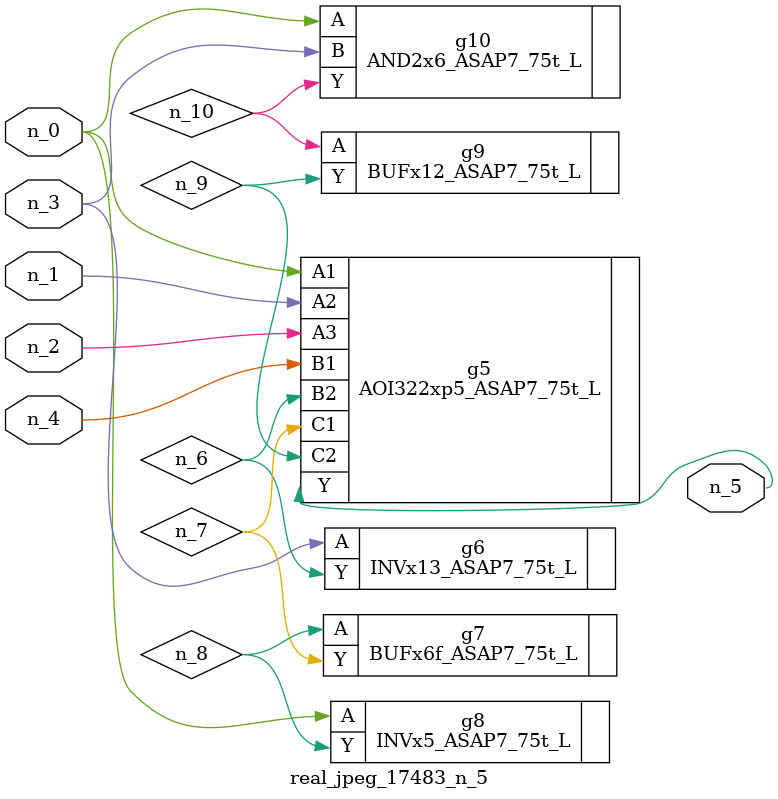
<source format=v>
module real_jpeg_17483_n_5 (n_4, n_0, n_1, n_2, n_3, n_5);

input n_4;
input n_0;
input n_1;
input n_2;
input n_3;

output n_5;

wire n_8;
wire n_6;
wire n_7;
wire n_10;
wire n_9;

AOI322xp5_ASAP7_75t_L g5 ( 
.A1(n_0),
.A2(n_1),
.A3(n_2),
.B1(n_4),
.B2(n_6),
.C1(n_7),
.C2(n_9),
.Y(n_5)
);

INVx5_ASAP7_75t_L g8 ( 
.A(n_0),
.Y(n_8)
);

AND2x6_ASAP7_75t_L g10 ( 
.A(n_0),
.B(n_3),
.Y(n_10)
);

INVx13_ASAP7_75t_L g6 ( 
.A(n_3),
.Y(n_6)
);

BUFx6f_ASAP7_75t_L g7 ( 
.A(n_8),
.Y(n_7)
);

BUFx12_ASAP7_75t_L g9 ( 
.A(n_10),
.Y(n_9)
);


endmodule
</source>
